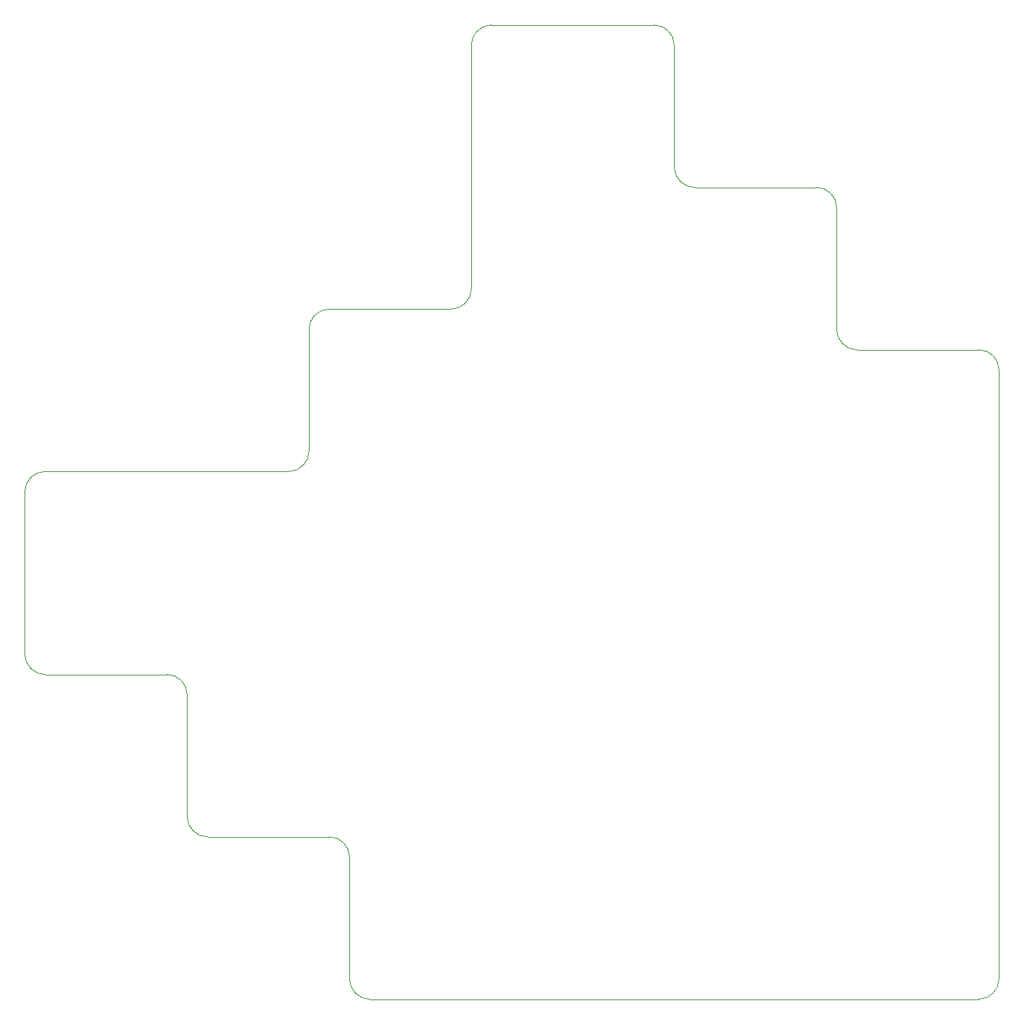
<source format=gbr>
%TF.GenerationSoftware,KiCad,Pcbnew,(6.0.1)*%
%TF.CreationDate,2022-02-16T22:37:27-05:00*%
%TF.ProjectId,herringbone_macro_pad,68657272-696e-4676-926f-6e655f6d6163,rev?*%
%TF.SameCoordinates,Original*%
%TF.FileFunction,Profile,NP*%
%FSLAX46Y46*%
G04 Gerber Fmt 4.6, Leading zero omitted, Abs format (unit mm)*
G04 Created by KiCad (PCBNEW (6.0.1)) date 2022-02-16 22:37:27*
%MOMM*%
%LPD*%
G01*
G04 APERTURE LIST*
%TA.AperFunction,Profile*%
%ADD10C,0.100000*%
%TD*%
G04 APERTURE END LIST*
D10*
X150018750Y-59531250D02*
X150018750Y-40481250D01*
X109537500Y-80962500D02*
X100012500Y-80962500D01*
X109537500Y-80962500D02*
X128587500Y-80962500D01*
X133350000Y-61912500D02*
X147637500Y-61912500D01*
X192881250Y-64293750D02*
G75*
G03*
X195262500Y-66675000I2381250J0D01*
G01*
X133350000Y-61912500D02*
G75*
G03*
X130968750Y-64293750I0J-2381250D01*
G01*
X190500000Y-47625000D02*
X176212500Y-47625000D01*
X173831250Y-45243750D02*
X173831250Y-30956250D01*
X173831250Y-45243750D02*
G75*
G03*
X176212500Y-47625000I2381250J0D01*
G01*
X97631250Y-102393750D02*
G75*
G03*
X100012500Y-104775000I2381250J0D01*
G01*
X116681250Y-121443750D02*
G75*
G03*
X119062500Y-123825000I2381250J0D01*
G01*
X150018750Y-30956250D02*
X150018750Y-40481250D01*
X211931250Y-69056250D02*
G75*
G03*
X209550000Y-66675000I-2381250J0D01*
G01*
X192881250Y-50006250D02*
G75*
G03*
X190500000Y-47625000I-2381250J0D01*
G01*
X135731250Y-140493750D02*
G75*
G03*
X138112500Y-142875000I2381250J0D01*
G01*
X171450000Y-28575000D02*
X152400000Y-28575000D01*
X100012500Y-80962500D02*
G75*
G03*
X97631250Y-83343750I0J-2381250D01*
G01*
X119062500Y-123825000D02*
X133350000Y-123825000D01*
X192881250Y-64293750D02*
X192881250Y-50006250D01*
X97631250Y-83343750D02*
X97631250Y-102393750D01*
X135731250Y-126206250D02*
G75*
G03*
X133350000Y-123825000I-2381250J0D01*
G01*
X211931250Y-140493750D02*
X211931250Y-69056250D01*
X100012500Y-104775000D02*
X114300000Y-104775000D01*
X130968750Y-78581250D02*
X130968750Y-64293750D01*
X116681250Y-107156250D02*
G75*
G03*
X114300000Y-104775000I-2381250J0D01*
G01*
X116681250Y-107156250D02*
X116681250Y-121443750D01*
X209550000Y-66675000D02*
X195262500Y-66675000D01*
X135731250Y-126206250D02*
X135731250Y-140493750D01*
X209550000Y-142875000D02*
G75*
G03*
X211931250Y-140493750I0J2381250D01*
G01*
X152400000Y-28575000D02*
G75*
G03*
X150018750Y-30956250I0J-2381250D01*
G01*
X173831250Y-30956250D02*
G75*
G03*
X171450000Y-28575000I-2381250J0D01*
G01*
X138112500Y-142875000D02*
X209550000Y-142875000D01*
X128587500Y-80962500D02*
G75*
G03*
X130968750Y-78581250I0J2381250D01*
G01*
X147637500Y-61912500D02*
G75*
G03*
X150018750Y-59531250I0J2381250D01*
G01*
M02*

</source>
